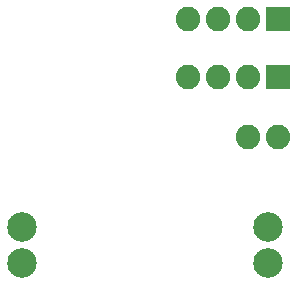
<source format=gbs>
G75*
G70*
%OFA0B0*%
%FSLAX24Y24*%
%IPPOS*%
%LPD*%
%AMOC8*
5,1,8,0,0,1.08239X$1,22.5*
%
%ADD10C,0.0986*%
%ADD11R,0.0820X0.0820*%
%ADD12C,0.0820*%
D10*
X001006Y002391D03*
X001006Y003612D03*
X009194Y003612D03*
X009194Y002391D03*
D11*
X009549Y008604D03*
X009549Y010533D03*
D12*
X008549Y010533D03*
X007549Y010533D03*
X006549Y010533D03*
X006549Y008604D03*
X007549Y008604D03*
X008549Y008604D03*
X008549Y006596D03*
X009549Y006596D03*
M02*

</source>
